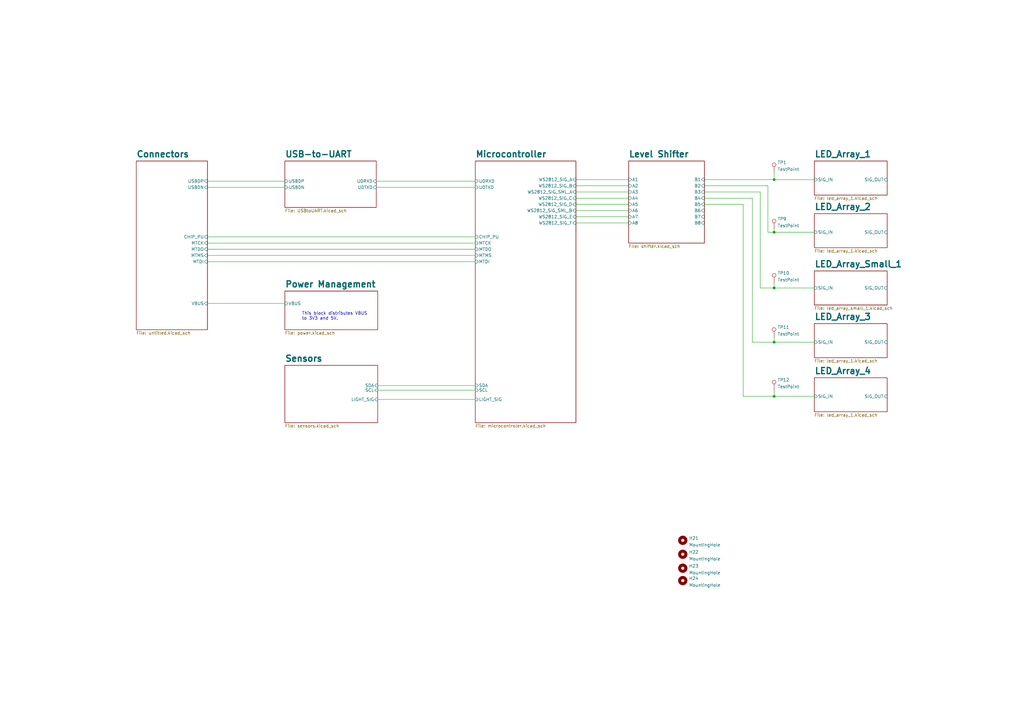
<source format=kicad_sch>
(kicad_sch (version 20211123) (generator eeschema)
  (paper "A3")
  (title_block (title "Masa") (date "2022-12-23") (rev "A"))
  (lib_symbols
    (symbol "Connector:TestPoint" (pin_numbers hide) (pin_names (offset 0.762) hide)
      (property "Reference" "TP" (at 0 6.858 0))
      (property "Value" "TestPoint" (at 0 5.08 0))
      (symbol "TestPoint_0_1"
        (circle (center 0 3.302) (radius 0.762))
      )
      (symbol "TestPoint_1_1"
        (pin passive line (at 0 0 90) (length 2.54) (name "1") (number "1"))
      )
    )
    (symbol "Mechanical:MountingHole" (pin_names (offset 1.016))
      (property "Reference" "H" (at 0 5.08 0))
      (property "Value" "MountingHole" (at 0 3.175 0))
      (symbol "MountingHole_0_1"
        (circle (center 0 0) (radius 1.27) (stroke (width 1.27)))
      )
    )
  )
  (junction (at 317.5 118.11))
  (junction (at 317.5 95.25))
  (junction (at 317.5 73.66))
  (junction (at 317.5 162.56))
  (junction (at 317.5 140.335))
  (wire (pts (xy 85.09 74.295) (xy 116.84 74.295)))
  (wire (pts (xy 85.09 124.46) (xy 116.84 124.46)))
  (wire (pts (xy 308.61 140.335) (xy 317.5 140.335)))
  (wire (pts (xy 85.09 104.775) (xy 194.945 104.775)))
  (wire (pts (xy 288.925 81.28) (xy 308.61 81.28)))
  (wire (pts (xy 288.925 78.74) (xy 311.785 78.74)))
  (wire (pts (xy 317.5 160.02) (xy 317.5 162.56)))
  (wire (pts (xy 304.8 162.56) (xy 317.5 162.56)))
  (wire (pts (xy 317.5 116.205) (xy 317.5 118.11)))
  (wire (pts (xy 236.22 78.74) (xy 257.81 78.74)))
  (wire (pts (xy 288.925 83.82) (xy 304.8 83.82)))
  (wire (pts (xy 154.94 163.83) (xy 194.945 163.83)))
  (wire (pts (xy 154.94 158.115) (xy 194.945 158.115)))
  (wire (pts (xy 154.305 76.835) (xy 194.945 76.835)))
  (wire (pts (xy 317.5 140.335) (xy 334.01 140.335)))
  (wire (pts (xy 236.22 88.9) (xy 257.81 88.9)))
  (wire (pts (xy 308.61 81.28) (xy 308.61 140.335)))
  (wire (pts (xy 154.94 160.02) (xy 194.945 160.02)))
  (wire (pts (xy 236.22 86.36) (xy 257.81 86.36)))
  (wire (pts (xy 317.5 138.43) (xy 317.5 140.335)))
  (wire (pts (xy 317.5 70.866) (xy 317.5 73.66)))
  (wire (pts (xy 317.5 118.11) (xy 334.01 118.11)))
  (wire (pts (xy 317.5 73.66) (xy 334.01 73.66)))
  (wire (pts (xy 236.22 76.2) (xy 257.81 76.2)))
  (wire (pts (xy 236.22 81.28) (xy 257.81 81.28)))
  (wire (pts (xy 304.8 83.82) (xy 304.8 162.56)))
  (wire (pts (xy 236.22 91.44) (xy 257.81 91.44)))
  (wire (pts (xy 317.5 162.56) (xy 334.01 162.56)))
  (wire (pts (xy 154.305 74.295) (xy 194.945 74.295)))
  (wire (pts (xy 85.09 99.695) (xy 194.945 99.695)))
  (wire (pts (xy 236.22 83.82) (xy 257.81 83.82)))
  (wire (pts (xy 288.925 76.2) (xy 314.96 76.2)))
  (wire (pts (xy 85.09 102.235) (xy 194.945 102.235)))
  (wire (pts (xy 314.96 95.25) (xy 317.5 95.25)))
  (wire (pts (xy 85.09 76.835) (xy 116.84 76.835)))
  (wire (pts (xy 236.22 73.66) (xy 257.81 73.66)))
  (wire (pts (xy 314.96 76.2) (xy 314.96 95.25)))
  (wire (pts (xy 85.09 107.315) (xy 194.945 107.315)))
  (wire (pts (xy 85.09 97.155) (xy 194.945 97.155)))
  (wire (pts (xy 311.785 78.74) (xy 311.785 118.11)))
  (wire (pts (xy 317.5 93.98) (xy 317.5 95.25)))
  (wire (pts (xy 288.925 73.66) (xy 317.5 73.66)))
  (wire (pts (xy 311.785 118.11) (xy 317.5 118.11)))
  (wire (pts (xy 317.5 95.25) (xy 334.01 95.25)))
  (text "This block distributes VBUS \nto 3V3 and 5V." (at 123.825 131.445 0) (effects (font (size 1.27 1.27)) (justify left bottom)))
  (symbol (lib_id "Connector:TestPoint") (at 317.5 138.43 0) (unit 1)
    (property "Reference" "TP11" (at 318.897 134.2195 0) (effects (justify left)))
    (property "Value" "TestPoint" (at 318.897 136.9946 0) (effects (justify left)))
    (property "Footprint" "TestPoint:TestPoint_THTPad_D1.0mm_Drill0.5mm" (effects hide))
  )
  (symbol (lib_id "Connector:TestPoint") (at 317.5 93.98 0) (unit 1)
    (property "Reference" "TP9" (at 318.897 89.7695 0) (effects (justify left)))
    (property "Value" "TestPoint" (at 318.897 92.5446 0) (effects (justify left)))
    (property "Footprint" "TestPoint:TestPoint_THTPad_D1.0mm_Drill0.5mm" (effects hide))
  )
  (symbol (lib_id "Mechanical:MountingHole") (at 280.035 238.125 0) (unit 1)
    (property "Reference" "H24" (at 282.575 237.2165 0) (effects (justify left)))
    (property "Value" "MountingHole" (at 282.575 239.9916 0) (effects (justify left)))
    (property "Footprint" "MountingHole:MountingHole_2.7mm_M2.5" (effects hide))
  )
  (symbol (lib_id "Mechanical:MountingHole") (at 280.035 221.615 0) (unit 1)
    (property "Reference" "H21" (at 282.575 220.7065 0) (effects (justify left)))
    (property "Value" "MountingHole" (at 282.575 223.4816 0) (effects (justify left)))
    (property "Footprint" "MountingHole:MountingHole_2.7mm_M2.5" (effects hide))
  )
  (symbol (lib_id "Mechanical:MountingHole") (at 280.035 233.045 0) (unit 1)
    (property "Reference" "H23" (at 282.575 232.1365 0) (effects (justify left)))
    (property "Value" "MountingHole" (at 282.575 234.9116 0) (effects (justify left)))
    (property "Footprint" "MountingHole:MountingHole_2.7mm_M2.5" (effects hide))
  )
  (symbol (lib_id "Connector:TestPoint") (at 317.5 160.02 0) (unit 1)
    (property "Reference" "TP12" (at 318.897 155.8095 0) (effects (justify left)))
    (property "Value" "TestPoint" (at 318.897 158.5846 0) (effects (justify left)))
    (property "Footprint" "TestPoint:TestPoint_THTPad_D1.0mm_Drill0.5mm" (effects hide))
  )
  (symbol (lib_id "Connector:TestPoint") (at 317.5 70.866 0) (unit 1)
    (property "Reference" "TP1" (at 318.897 66.6555 0) (effects (justify left)))
    (property "Value" "TestPoint" (at 318.897 69.4306 0) (effects (justify left)))
    (property "Footprint" "TestPoint:TestPoint_THTPad_D1.0mm_Drill0.5mm" (effects hide))
  )
  (symbol (lib_id "Connector:TestPoint") (at 317.5 116.205 0) (unit 1)
    (property "Reference" "TP10" (at 318.897 111.9945 0) (effects (justify left)))
    (property "Value" "TestPoint" (at 318.897 114.7696 0) (effects (justify left)))
    (property "Footprint" "TestPoint:TestPoint_THTPad_D1.0mm_Drill0.5mm" (effects hide))
  )
  (symbol (lib_id "Mechanical:MountingHole") (at 280.035 227.33 0) (unit 1)
    (property "Reference" "H22" (at 282.575 226.4215 0) (effects (justify left)))
    (property "Value" "MountingHole" (at 282.575 229.1966 0) (effects (justify left)))
    (property "Footprint" "MountingHole:MountingHole_2.7mm_M2.5" (effects hide))
  )
  (sheet (at 257.81 66.04) (size 31.115 33.655) (stroke (width 0.1524))
    (property "Sheet name" "Level Shifter" (at 257.81 64.6934 0) (effects (font (size 2.54 2.54) bold) (justify left bottom)))
    (property "Sheet file" "shifter.kicad_sch" (at 257.81 100.2796 0) (effects (justify left top)))
    (pin "A1" input (at 257.81 73.66 180))
    (pin "A3" input (at 257.81 78.74 180))
    (pin "A2" input (at 257.81 76.2 180))
    (pin "A5" input (at 257.81 83.82 180))
    (pin "A6" input (at 257.81 86.36 180))
    (pin "A7" input (at 257.81 88.9 180))
    (pin "A4" input (at 257.81 81.28 180))
    (pin "A8" input (at 257.81 91.44 180))
    (pin "B7" input (at 288.925 88.9 0))
    (pin "B5" input (at 288.925 83.82 0))
    (pin "B4" input (at 288.925 81.28 0))
    (pin "B8" input (at 288.925 91.44 0))
    (pin "B6" input (at 288.925 86.36 0))
    (pin "B1" input (at 288.925 73.66 0))
    (pin "B2" input (at 288.925 76.2 0))
    (pin "B3" input (at 288.925 78.74 0))
  )
  (sheet (at 334.01 132.715) (size 29.845 13.97) (stroke (width 0.1524))
    (property "Sheet name" "LED_Array_3" (at 334.01 131.3684 0) (effects (font (size 2.54 2.54) bold) (justify left bottom)))
    (property "Sheet file" "led_array_1.kicad_sch" (at 334.01 147.2696 0) (effects (justify left top)))
    (pin "SIG_IN" input (at 334.01 140.335 180))
    (pin "SIG_OUT" input (at 363.855 140.335 0))
  )
  (sheet (at 334.01 87.63) (size 29.845 13.97) (stroke (width 0.1524))
    (property "Sheet name" "LED_Array_2" (at 334.01 86.2834 0) (effects (font (size 2.54 2.54) bold) (justify left bottom)))
    (property "Sheet file" "led_array_1.kicad_sch" (at 334.01 102.1846 0) (effects (justify left top)))
    (pin "SIG_IN" input (at 334.01 95.25 180))
    (pin "SIG_OUT" input (at 363.855 95.25 0))
  )
  (sheet (at 116.84 119.38) (size 38.1 15.875) (stroke (width 0.1524))
    (property "Sheet name" "Power Management" (at 116.84 118.0334 0) (effects (font (size 2.54 2.54) bold) (justify left bottom)))
    (property "Sheet file" "power.kicad_sch" (at 116.84 135.8396 0) (effects (justify left top)))
    (pin "VBUS" input (at 116.84 124.46 180))
  )
  (sheet (at 334.01 66.04) (size 29.845 13.97) (stroke (width 0.1524))
    (property "Sheet name" "LED_Array_1" (at 334.01 64.6934 0) (effects (font (size 2.54 2.54) bold) (justify left bottom)))
    (property "Sheet file" "led_array_1.kicad_sch" (at 334.01 80.5946 0) (effects (justify left top)))
    (pin "SIG_IN" input (at 334.01 73.66 180))
    (pin "SIG_OUT" input (at 363.855 73.66 0))
  )
  (sheet (at 334.01 111.125) (size 29.845 13.97) (stroke (width 0.1524))
    (property "Sheet name" "LED_Array_Small_1" (at 334.01 109.7784 0) (effects (font (size 2.54 2.54) bold) (justify left bottom)))
    (property "Sheet file" "led_array_small_1.kicad_sch" (at 334.01 125.6796 0) (effects (justify left top)))
    (pin "SIG_IN" input (at 334.01 118.11 180))
    (pin "SIG_OUT" input (at 363.855 118.11 0))
  )
  (sheet (at 55.88 66.04) (size 29.21 69.215) (stroke (width 0.1524))
    (property "Sheet name" "Connectors" (at 55.88 64.6934 0) (effects (font (size 2.54 2.54) bold) (justify left bottom)))
    (property "Sheet file" "untitled.kicad_sch" (at 55.88 135.8396 0) (effects (justify left top)))
    (pin "VBUS" input (at 85.09 124.46 0))
    (pin "USBDP" input (at 85.09 74.295 0))
    (pin "MTCK" input (at 85.09 99.695 0))
    (pin "CHIP_PU" input (at 85.09 97.155 0))
    (pin "MTDO" input (at 85.09 102.235 0))
    (pin "MTMS" input (at 85.09 104.775 0))
    (pin "MTDI" input (at 85.09 107.315 0))
    (pin "USBDN" input (at 85.09 76.835 0))
  )
  (sheet (at 116.84 149.86) (size 38.1 23.495) (stroke (width 0.1524))
    (property "Sheet name" "Sensors" (at 116.84 148.5134 0) (effects (font (size 2.54 2.54) bold) (justify left bottom)))
    (property "Sheet file" "sensors.kicad_sch" (at 116.84 173.9396 0) (effects (justify left top)))
    (pin "SCL" input (at 154.94 160.02 0))
    (pin "SDA" input (at 154.94 158.115 0))
    (pin "LIGHT_SIG" input (at 154.94 163.83 0))
  )
  (sheet (at 334.01 154.94) (size 29.845 13.97) (stroke (width 0.1524))
    (property "Sheet name" "LED_Array_4" (at 334.01 153.5934 0) (effects (font (size 2.54 2.54) bold) (justify left bottom)))
    (property "Sheet file" "led_array_1.kicad_sch" (at 334.01 169.4946 0) (effects (justify left top)))
    (pin "SIG_IN" input (at 334.01 162.56 180))
    (pin "SIG_OUT" input (at 363.855 162.56 0))
  )
  (sheet (at 194.945 66.04) (size 41.275 107.315) (stroke (width 0.1524))
    (property "Sheet name" "Microcontroller" (at 194.945 64.6934 0) (effects (font (size 2.54 2.54) bold) (justify left bottom)))
    (property "Sheet file" "microcontroler.kicad_sch" (at 194.945 173.9396 0) (effects (justify left top)))
    (pin "WS2812_SIG_SML_A" input (at 236.22 78.74 0))
    (pin "MTMS" input (at 194.945 104.775 180))
    (pin "MTCK" input (at 194.945 99.695 180))
    (pin "MTDI" input (at 194.945 107.315 180))
    (pin "U0RXD" input (at 194.945 74.295 180))
    (pin "MTDO" input (at 194.945 102.235 180))
    (pin "U0TXD" input (at 194.945 76.835 180))
    (pin "CHIP_PU" input (at 194.945 97.155 180))
    (pin "WS2812_SIG_A" input (at 236.22 73.66 0))
    (pin "WS2812_SIG_B" input (at 236.22 76.2 0))
    (pin "WS2812_SIG_C" input (at 236.22 81.28 0))
    (pin "WS2812_SIG_D" input (at 236.22 83.82 0))
    (pin "SCL" input (at 194.945 160.02 180))
    (pin "WS2812_SIG_SML_B" input (at 236.22 86.36 0))
    (pin "SDA" input (at 194.945 158.115 180))
    (pin "WS2812_SIG_E" input (at 236.22 88.9 0))
    (pin "WS2812_SIG_F" input (at 236.22 91.44 0))
    (pin "LIGHT_SIG" input (at 194.945 163.83 180))
  )
  (sheet (at 116.84 66.04) (size 37.465 19.05) (stroke (width 0.1524))
    (property "Sheet name" "USB-to-UART" (at 116.84 64.6934 0) (effects (font (size 2.54 2.54) bold) (justify left bottom)))
    (property "Sheet file" "USBtoUART.kicad_sch" (at 116.84 85.6746 0) (effects (justify left top)))
    (pin "USBDP" input (at 116.84 74.295 180))
    (pin "U0RXD" input (at 154.305 74.295 0))
    (pin "U0TXD" input (at 154.305 76.835 0))
    (pin "USBDN" input (at 116.84 76.835 180))
  )
)
</source>
